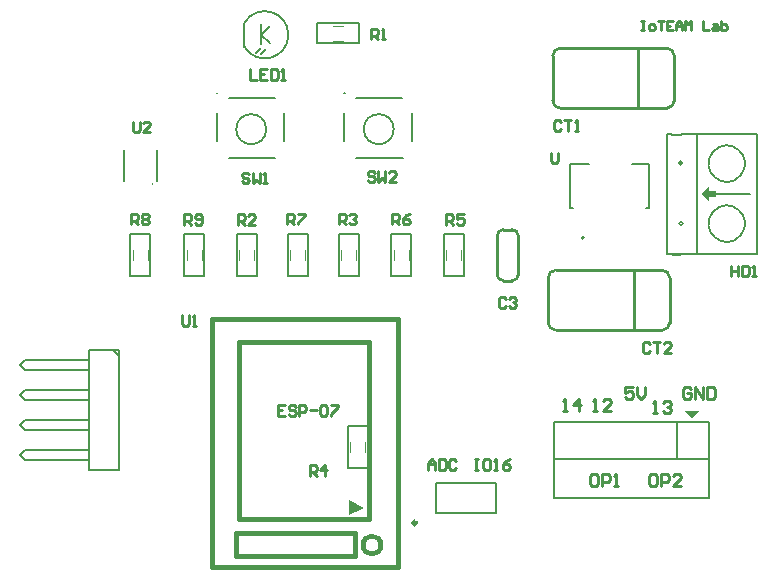
<source format=gto>
G04*
G04 #@! TF.GenerationSoftware,Altium Limited,Altium Designer,19.0.15 (446)*
G04*
G04 Layer_Color=65535*
%FSTAX24Y24*%
%MOIN*%
G70*
G01*
G75*
%ADD10C,0.0100*%
%ADD11C,0.0079*%
%ADD12C,0.0070*%
%ADD13C,0.0070*%
%ADD14C,0.0060*%
%ADD15C,0.0118*%
%ADD16C,0.0160*%
%ADD17C,0.0050*%
%ADD18C,0.0040*%
G36*
X0211Y01938D02*
X0206Y01963D01*
Y01913D01*
X0211Y01938D01*
D02*
G37*
G36*
X032046Y022366D02*
X032296Y022616D01*
X031796D01*
X032046Y022366D01*
D02*
G37*
G36*
X03235Y02985D02*
X0326Y0296D01*
Y02975D01*
X03285D01*
Y02995D01*
X0326D01*
Y0301D01*
X03235Y02985D01*
D02*
G37*
D10*
X02765Y0347D02*
G03*
X0274Y03445I0J-00025D01*
G01*
Y03295D02*
G03*
X02765Y0327I00025J0D01*
G01*
X03145Y03445D02*
G03*
X0312Y0347I-00025J0D01*
G01*
Y0327D02*
G03*
X03145Y03295I0J00025D01*
G01*
X0275Y0273D02*
G03*
X02725Y02705I0J-00025D01*
G01*
Y02555D02*
G03*
X0275Y0253I00025J0D01*
G01*
X0313Y02705D02*
G03*
X03105Y0273I-00025J0D01*
G01*
Y0253D02*
G03*
X0313Y02555I0J00025D01*
G01*
X02555Y02715D02*
G03*
X02575Y02695I0002J0D01*
G01*
Y02865D02*
G03*
X02555Y02845I0J-0002D01*
G01*
X02625D02*
G03*
X02605Y02865I-0002J0D01*
G01*
Y02695D02*
G03*
X02625Y02715I0J0002D01*
G01*
X03025Y0327D02*
Y0347D01*
X02765D02*
X0312D01*
X0274Y03295D02*
Y03445D01*
X02765Y0327D02*
X0312D01*
X03145Y03295D02*
Y03445D01*
X0301Y0253D02*
Y0273D01*
X0275D02*
X03105D01*
X02725Y02555D02*
Y02705D01*
X0275Y0253D02*
X03105D01*
X0313Y02555D02*
Y02705D01*
X02575Y02695D02*
X0259D01*
X02555Y02715D02*
Y02845D01*
X02575Y02865D02*
X02605D01*
X02625Y02715D02*
Y02845D01*
X0259Y02695D02*
X02605D01*
X027748Y022603D02*
X027882D01*
X027815D01*
Y023003D01*
X027748Y022936D01*
X028282Y022603D02*
Y023003D01*
X028082Y022803D01*
X028348D01*
X028748Y022603D02*
X028882D01*
X028815D01*
Y023003D01*
X028748Y022936D01*
X029348Y022603D02*
X029082D01*
X029348Y02287D01*
Y022936D01*
X029282Y023003D01*
X029148D01*
X029082Y022936D01*
X030065Y023403D02*
X029798D01*
Y023203D01*
X029932Y02327D01*
X029998D01*
X030065Y023203D01*
Y02307D01*
X029998Y023003D01*
X029865D01*
X029798Y02307D01*
X030198Y023403D02*
Y023137D01*
X030332Y023003D01*
X030465Y023137D01*
Y023403D01*
X030798Y020503D02*
X030665D01*
X030598Y020436D01*
Y02017D01*
X030665Y020103D01*
X030798D01*
X030865Y02017D01*
Y020436D01*
X030798Y020503D01*
X030998Y020103D02*
Y020503D01*
X031198D01*
X031265Y020436D01*
Y020303D01*
X031198Y020237D01*
X030998D01*
X031665Y020103D02*
X031398D01*
X031665Y02037D01*
Y020436D01*
X031598Y020503D01*
X031465D01*
X031398Y020436D01*
X028848Y020503D02*
X028715D01*
X028648Y020436D01*
Y02017D01*
X028715Y020103D01*
X028848D01*
X028915Y02017D01*
Y020436D01*
X028848Y020503D01*
X029048Y020103D02*
Y020503D01*
X029248D01*
X029315Y020436D01*
Y020303D01*
X029248Y020237D01*
X029048D01*
X029448Y020103D02*
X029581D01*
X029515D01*
Y020503D01*
X029448Y020436D01*
X030748Y022553D02*
X030882D01*
X030815D01*
Y022953D01*
X030748Y022886D01*
X031082D02*
X031148Y022953D01*
X031282D01*
X031348Y022886D01*
Y02282D01*
X031282Y022753D01*
X031215D01*
X031282D01*
X031348Y022687D01*
Y02262D01*
X031282Y022553D01*
X031148D01*
X031082Y02262D01*
X032017Y023336D02*
X03195Y023403D01*
X031817D01*
X03175Y023336D01*
Y02307D01*
X031817Y023003D01*
X03195D01*
X032017Y02307D01*
Y023203D01*
X031883D01*
X03215Y023003D02*
Y023403D01*
X032416Y023003D01*
Y023403D01*
X03255D02*
Y023003D01*
X03275D01*
X032816Y02307D01*
Y023336D01*
X03275Y023403D01*
X03255D01*
X024798Y021003D02*
X024915D01*
X024857D01*
Y020653D01*
X024798D01*
X024915D01*
X025265Y021003D02*
X025148D01*
X02509Y020945D01*
Y020712D01*
X025148Y020653D01*
X025265D01*
X025323Y020712D01*
Y020945D01*
X025265Y021003D01*
X02544Y020653D02*
X025557D01*
X025498D01*
Y021003D01*
X02544Y020945D01*
X025965Y021003D02*
X025848Y020945D01*
X025731Y020828D01*
Y020712D01*
X02579Y020653D01*
X025906D01*
X025965Y020712D01*
Y02077D01*
X025906Y020828D01*
X025731D01*
X023248Y020653D02*
Y020886D01*
X023365Y021003D01*
X023482Y020886D01*
Y020653D01*
Y020828D01*
X023248D01*
X023598Y021003D02*
Y020653D01*
X023773D01*
X023832Y020712D01*
Y020945D01*
X023773Y021003D01*
X023598D01*
X024181Y020945D02*
X024123Y021003D01*
X024007D01*
X023948Y020945D01*
Y020712D01*
X024007Y020653D01*
X024123D01*
X024181Y020712D01*
X030348Y035603D02*
X030448D01*
X030398D01*
Y035303D01*
X030348D01*
X030448D01*
X030648D02*
X030748D01*
X030798Y035353D01*
Y035453D01*
X030748Y035503D01*
X030648D01*
X030598Y035453D01*
Y035353D01*
X030648Y035303D01*
X030898Y035603D02*
X031098D01*
X030998D01*
Y035303D01*
X031398Y035603D02*
X031198D01*
Y035303D01*
X031398D01*
X031198Y035453D02*
X031298D01*
X031498Y035303D02*
Y035503D01*
X031598Y035603D01*
X031698Y035503D01*
Y035303D01*
Y035453D01*
X031498D01*
X031798Y035303D02*
Y035603D01*
X031898Y035503D01*
X031998Y035603D01*
Y035303D01*
X032398Y035603D02*
Y035303D01*
X032598D01*
X032748Y035503D02*
X032848D01*
X032898Y035453D01*
Y035303D01*
X032748D01*
X032698Y035353D01*
X032748Y035403D01*
X032898D01*
X032998Y035603D02*
Y035303D01*
X033148D01*
X033198Y035353D01*
Y035403D01*
Y035453D01*
X033148Y035503D01*
X032998D01*
X018482Y022803D02*
X018248D01*
Y022453D01*
X018482D01*
X018248Y022628D02*
X018365D01*
X018832Y022745D02*
X018773Y022803D01*
X018657D01*
X018598Y022745D01*
Y022686D01*
X018657Y022628D01*
X018773D01*
X018832Y02257D01*
Y022512D01*
X018773Y022453D01*
X018657D01*
X018598Y022512D01*
X018948Y022453D02*
Y022803D01*
X019123D01*
X019181Y022745D01*
Y022628D01*
X019123Y02257D01*
X018948D01*
X019298Y022628D02*
X019531D01*
X019648Y022745D02*
X019706Y022803D01*
X019823D01*
X019881Y022745D01*
Y022512D01*
X019823Y022453D01*
X019706D01*
X019648Y022512D01*
Y022745D01*
X019998Y022803D02*
X020231D01*
Y022745D01*
X019998Y022512D01*
Y022453D01*
X027348Y03122D02*
Y030928D01*
X027407Y03087D01*
X027523D01*
X027582Y030928D01*
Y03122D01*
X0134Y03225D02*
Y031958D01*
X013458Y0319D01*
X013575D01*
X013633Y031958D01*
Y03225D01*
X013983Y0319D02*
X01375D01*
X013983Y032133D01*
Y032192D01*
X013925Y03225D01*
X013808D01*
X01375Y032192D01*
X033348Y02745D02*
Y0271D01*
Y027275D01*
X033582D01*
Y02745D01*
Y0271D01*
X033698Y02745D02*
Y0271D01*
X033873D01*
X033932Y027158D01*
Y027392D01*
X033873Y02745D01*
X033698D01*
X034048Y0271D02*
X034165D01*
X034107D01*
Y02745D01*
X034048Y027392D01*
X015048Y025803D02*
Y025512D01*
X015107Y025453D01*
X015223D01*
X015282Y025512D01*
Y025803D01*
X015398Y025453D02*
X015515D01*
X015457D01*
Y025803D01*
X015398Y025745D01*
X021463Y030545D02*
X021405Y030603D01*
X021288D01*
X02123Y030545D01*
Y030486D01*
X021288Y030428D01*
X021405D01*
X021463Y03037D01*
Y030312D01*
X021405Y030253D01*
X021288D01*
X02123Y030312D01*
X02158Y030603D02*
Y030253D01*
X021697Y03037D01*
X021813Y030253D01*
Y030603D01*
X022163Y030253D02*
X02193D01*
X022163Y030486D01*
Y030545D01*
X022105Y030603D01*
X021988D01*
X02193Y030545D01*
X017282Y030495D02*
X017223Y030553D01*
X017107D01*
X017048Y030495D01*
Y030436D01*
X017107Y030378D01*
X017223D01*
X017282Y03032D01*
Y030262D01*
X017223Y030203D01*
X017107D01*
X017048Y030262D01*
X017398Y030553D02*
Y030203D01*
X017515Y03032D01*
X017632Y030203D01*
Y030553D01*
X017748Y030203D02*
X017865D01*
X017807D01*
Y030553D01*
X017748Y030495D01*
X01512Y02882D02*
Y02917D01*
X015295D01*
X015353Y029112D01*
Y028995D01*
X015295Y028937D01*
X01512D01*
X015237D02*
X015353Y02882D01*
X01547Y028878D02*
X015528Y02882D01*
X015645D01*
X015703Y028878D01*
Y029112D01*
X015645Y02917D01*
X015528D01*
X01547Y029112D01*
Y029053D01*
X015528Y028995D01*
X015703D01*
X01335Y02883D02*
Y02918D01*
X013525D01*
X013583Y029122D01*
Y029005D01*
X013525Y028947D01*
X01335D01*
X013467D02*
X013583Y02883D01*
X0137Y029122D02*
X013758Y02918D01*
X013875D01*
X013933Y029122D01*
Y029063D01*
X013875Y029005D01*
X013933Y028947D01*
Y028888D01*
X013875Y02883D01*
X013758D01*
X0137Y028888D01*
Y028947D01*
X013758Y029005D01*
X0137Y029063D01*
Y029122D01*
X013758Y029005D02*
X013875D01*
X01855Y02883D02*
Y02918D01*
X018725D01*
X018783Y029122D01*
Y029005D01*
X018725Y028947D01*
X01855D01*
X018667D02*
X018783Y02883D01*
X0189Y02918D02*
X019133D01*
Y029122D01*
X0189Y028888D01*
Y02883D01*
X02205D02*
Y02918D01*
X022225D01*
X022283Y029122D01*
Y029005D01*
X022225Y028947D01*
X02205D01*
X022167D02*
X022283Y02883D01*
X022633Y02918D02*
X022517Y029122D01*
X0224Y029005D01*
Y028888D01*
X022458Y02883D01*
X022575D01*
X022633Y028888D01*
Y028947D01*
X022575Y029005D01*
X0224D01*
X02385Y02882D02*
Y02917D01*
X024025D01*
X024083Y029112D01*
Y028995D01*
X024025Y028937D01*
X02385D01*
X023967D02*
X024083Y02882D01*
X024433Y02917D02*
X0242D01*
Y028995D01*
X024317Y029053D01*
X024375D01*
X024433Y028995D01*
Y028878D01*
X024375Y02882D01*
X024258D01*
X0242Y028878D01*
X019298Y020453D02*
Y020803D01*
X019473D01*
X019532Y020745D01*
Y020628D01*
X019473Y02057D01*
X019298D01*
X019415D02*
X019532Y020453D01*
X019823D02*
Y020803D01*
X019648Y020628D01*
X019882D01*
X02026Y02883D02*
Y02918D01*
X020435D01*
X020493Y029122D01*
Y029005D01*
X020435Y028947D01*
X02026D01*
X020377D02*
X020493Y02883D01*
X02061Y029122D02*
X020668Y02918D01*
X020785D01*
X020843Y029122D01*
Y029063D01*
X020785Y029005D01*
X020727D01*
X020785D01*
X020843Y028947D01*
Y028888D01*
X020785Y02883D01*
X020668D01*
X02061Y028888D01*
X0169Y02882D02*
Y02917D01*
X017075D01*
X017133Y029112D01*
Y028995D01*
X017075Y028937D01*
X0169D01*
X017017D02*
X017133Y02882D01*
X017483D02*
X01725D01*
X017483Y029053D01*
Y029112D01*
X017425Y02917D01*
X017308D01*
X01725Y029112D01*
X021348Y035003D02*
Y035353D01*
X021523D01*
X021582Y035295D01*
Y035178D01*
X021523Y03512D01*
X021348D01*
X021465D02*
X021582Y035003D01*
X021698D02*
X021815D01*
X021757D01*
Y035353D01*
X021698Y035295D01*
X017298Y034003D02*
Y033653D01*
X017532D01*
X017882Y034003D02*
X017648D01*
Y033653D01*
X017882D01*
X017648Y033828D02*
X017765D01*
X017998Y034003D02*
Y033653D01*
X018173D01*
X018231Y033712D01*
Y033945D01*
X018173Y034003D01*
X017998D01*
X018348Y033653D02*
X018465D01*
X018406D01*
Y034003D01*
X018348Y033945D01*
X025832Y026345D02*
X025773Y026403D01*
X025657D01*
X025598Y026345D01*
Y026112D01*
X025657Y026053D01*
X025773D01*
X025832Y026112D01*
X025948Y026345D02*
X026007Y026403D01*
X026123D01*
X026182Y026345D01*
Y026286D01*
X026123Y026228D01*
X026065D01*
X026123D01*
X026182Y02617D01*
Y026112D01*
X026123Y026053D01*
X026007D01*
X025948Y026112D01*
X030632Y024845D02*
X030573Y024903D01*
X030457D01*
X030398Y024845D01*
Y024612D01*
X030457Y024553D01*
X030573D01*
X030632Y024612D01*
X030748Y024903D02*
X030982D01*
X030865D01*
Y024553D01*
X031331D02*
X031098D01*
X031331Y024786D01*
Y024845D01*
X031273Y024903D01*
X031157D01*
X031098Y024845D01*
X027669Y032245D02*
X027611Y032303D01*
X027494D01*
X027436Y032245D01*
Y032012D01*
X027494Y031953D01*
X027611D01*
X027669Y032012D01*
X027786Y032303D02*
X028019D01*
X027902D01*
Y031953D01*
X028135D02*
X028252D01*
X028194D01*
Y032303D01*
X028135Y032245D01*
D11*
X028438Y028378D02*
G03*
X028438Y028378I-000039J0D01*
G01*
X014063Y03017D02*
G03*
X014063Y03017I-00002J0D01*
G01*
X009798Y022983D02*
X011921D01*
X009798Y023317D02*
X011921D01*
X009798Y023983D02*
X011932D01*
X009798Y024317D02*
X011921D01*
X011932Y02065D02*
Y02465D01*
Y02065D02*
X012931D01*
X011932Y02465D02*
X012931D01*
Y02065D02*
Y02465D01*
X012748Y024633D02*
X012915Y024467D01*
X009632Y02415D02*
X009798Y024317D01*
X009632Y02315D02*
X009798Y022983D01*
X009632Y02315D02*
X009798Y023317D01*
X009632Y02415D02*
X009798Y023983D01*
X009632Y02215D02*
X009798Y021983D01*
X009632Y02115D02*
X009798Y021317D01*
X009632Y02115D02*
X009798Y020983D01*
X009632Y02215D02*
X009798Y022317D01*
X011921D01*
X009798Y021983D02*
X011932D01*
X009798Y021317D02*
X011921D01*
X009798Y020983D02*
X011921D01*
X0235Y0202D02*
X0255D01*
X0235Y0192D02*
Y0202D01*
Y0192D02*
X0255D01*
Y0202D01*
D12*
X032737Y031237D02*
G03*
X032749Y031251I000463J-000387D01*
G01*
X031744Y02885D02*
G03*
X031744Y02885I-000064J0D01*
G01*
X031734Y03087D02*
G03*
X031734Y03087I-000064J0D01*
G01*
X032738Y029238D02*
G03*
X032749Y029251I000462J-000388D01*
G01*
X031556Y021026D02*
Y022206D01*
X027436Y021006D02*
Y022226D01*
X032616Y021006D02*
Y022226D01*
X027436D02*
X032616D01*
X027436Y021006D02*
X032616D01*
Y019706D02*
Y021006D01*
X027436Y019706D02*
X032616D01*
X027436D02*
Y021006D01*
X0342Y02785D02*
Y03185D01*
X03248Y02985D02*
X03399D01*
X0314Y02779D02*
X03165D01*
X0312Y02785D02*
X0327D01*
X0312D02*
Y03185D01*
X03138D01*
Y0318D02*
Y03185D01*
Y0318D02*
X03169D01*
Y03185D01*
X0342D01*
X0327Y02785D02*
X0342D01*
X0322Y02787D02*
Y03184D01*
X01751Y03454D02*
X01768Y03471D01*
X01767Y03451D02*
X01784Y03468D01*
X017121Y034752D02*
Y035543D01*
X01767Y03515D02*
X01796Y03486D01*
X01767Y03515D02*
X01796Y03544D01*
X01767Y03483D02*
Y03549D01*
X02045Y03319D02*
X02046Y0332D01*
X0162Y03319D02*
X01621Y0332D01*
D13*
X017123Y034748D02*
G03*
X017124Y035547I000679J000398D01*
G01*
D14*
X0221Y032D02*
G03*
X0221Y032I-0005J0D01*
G01*
X01785D02*
G03*
X01785Y032I-0005J0D01*
G01*
X02085Y03105D02*
X0224D01*
X02045Y0316D02*
Y03255D01*
X02085Y03305D02*
X02239D01*
X0227Y0316D02*
Y03255D01*
X0166Y03105D02*
X01815D01*
X0162Y0316D02*
Y03255D01*
X0166Y03305D02*
X01814D01*
X01845Y0316D02*
Y03255D01*
D15*
X022854Y018874D02*
G03*
X022854Y018874I-000059J0D01*
G01*
D16*
X021675Y018135D02*
G03*
X021675Y018135I-0003J0D01*
G01*
X02224Y017415D02*
Y025685D01*
X01603D02*
X02224D01*
X016955Y024895D02*
X021285D01*
X016955Y018995D02*
Y024895D01*
X021285Y018995D02*
Y024895D01*
X016955Y018995D02*
X021285D01*
X016855Y018545D02*
X020795D01*
X016855Y017785D02*
Y018545D01*
X020795Y017785D02*
Y018545D01*
X016855Y017785D02*
X020795D01*
X01603Y017415D02*
Y025685D01*
Y017415D02*
X02224D01*
D17*
X027977Y029368D02*
Y030832D01*
X030623Y029368D02*
Y030832D01*
X027977Y029368D02*
X02808D01*
X030524D02*
X030623D01*
X030036Y030832D02*
X030623D01*
X027977D02*
X028607D01*
X02056Y0207D02*
Y0221D01*
Y0207D02*
X02123D01*
Y0221D01*
X02056D02*
X02123D01*
X02376Y0271D02*
Y0285D01*
Y0271D02*
X02443D01*
Y0285D01*
X02376D02*
X02443D01*
X02201Y0271D02*
Y0285D01*
Y0271D02*
X02268D01*
Y0285D01*
X02201D02*
X02268D01*
X01686Y0271D02*
Y0285D01*
Y0271D02*
X01753D01*
Y0285D01*
X01686D02*
X01753D01*
X01955Y03554D02*
X02095D01*
X01955Y03487D02*
Y03554D01*
Y03487D02*
X02095D01*
Y03554D01*
X014195Y030288D02*
Y031312D01*
X013105Y030288D02*
Y031312D01*
X02026Y0271D02*
Y0285D01*
Y0271D02*
X02093D01*
Y0285D01*
X02026D02*
X02093D01*
X01399Y0271D02*
Y0285D01*
X01332D02*
X01399D01*
X01332Y0271D02*
Y0285D01*
Y0271D02*
X01399D01*
X01579D02*
Y0285D01*
X01512D02*
X01579D01*
X01512Y0271D02*
Y0285D01*
Y0271D02*
X01579D01*
X01856D02*
Y0285D01*
Y0271D02*
X01923D01*
Y0285D01*
X01856D02*
X01923D01*
D18*
X02115Y02123D02*
Y02157D01*
X02065Y02123D02*
Y02157D01*
X02435Y02763D02*
Y02797D01*
X02385Y02763D02*
Y02797D01*
X0226Y02763D02*
Y02797D01*
X0221Y02763D02*
Y02797D01*
X01745Y02763D02*
Y02797D01*
X01695Y02763D02*
Y02797D01*
X02008Y03495D02*
X02042D01*
X02008Y03545D02*
X02042D01*
X02085Y02763D02*
Y02797D01*
X02035Y02763D02*
Y02797D01*
X0134Y02763D02*
Y02797D01*
X0139Y02763D02*
Y02797D01*
X0152Y02763D02*
Y02797D01*
X0157Y02763D02*
Y02797D01*
X01915Y02763D02*
Y02797D01*
X01865Y02763D02*
Y02797D01*
M02*

</source>
